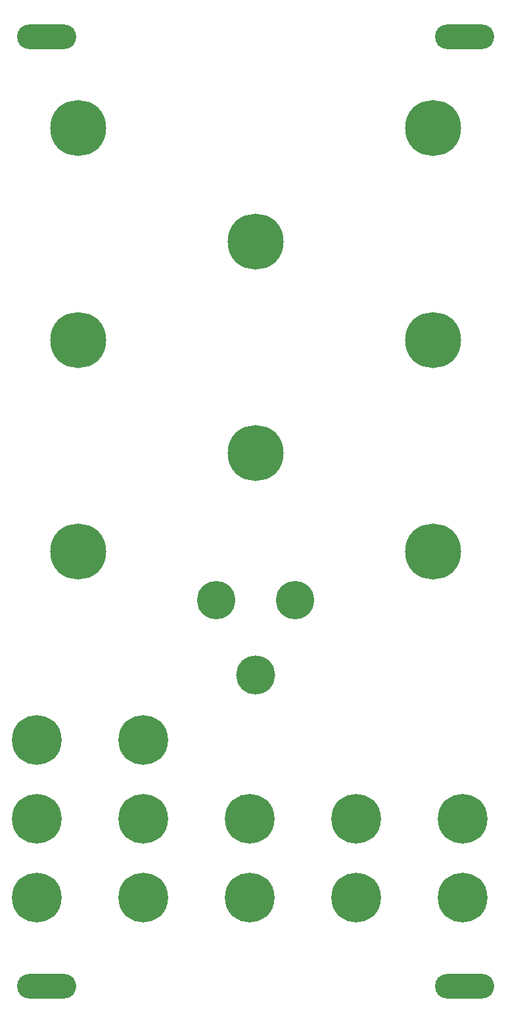
<source format=gbr>
%TF.GenerationSoftware,KiCad,Pcbnew,9.0.0*%
%TF.CreationDate,2025-03-15T07:42:44-04:00*%
%TF.ProjectId,201_Blank_Faceplate,3230315f-426c-4616-9e6b-5f4661636570,rev?*%
%TF.SameCoordinates,Original*%
%TF.FileFunction,Soldermask,Bot*%
%TF.FilePolarity,Negative*%
%FSLAX46Y46*%
G04 Gerber Fmt 4.6, Leading zero omitted, Abs format (unit mm)*
G04 Created by KiCad (PCBNEW 9.0.0) date 2025-03-15 07:42:44*
%MOMM*%
%LPD*%
G01*
G04 APERTURE LIST*
%ADD10C,6.400800*%
%ADD11C,4.953000*%
%ADD12C,7.213600*%
%ADD13O,7.620000X3.200400*%
%ADD14C,5.029200*%
G04 APERTURE END LIST*
D10*
%TO.C,REF\u002A\u002A*%
X97786952Y-139446000D03*
%TD*%
%TO.C,REF\u002A\u002A*%
X84070952Y-139446000D03*
%TD*%
%TO.C,REF\u002A\u002A*%
X97786952Y-129286000D03*
%TD*%
%TO.C,REF\u002A\u002A*%
X84070952Y-129286000D03*
%TD*%
%TO.C,REF\u002A\u002A*%
X70354952Y-129286000D03*
%TD*%
%TO.C,REF\u002A\u002A*%
X70354952Y-139446000D03*
%TD*%
%TO.C,REF\u002A\u002A*%
X56638952Y-139446000D03*
%TD*%
%TO.C,REF\u002A\u002A*%
X42922952Y-139446000D03*
%TD*%
%TO.C,REF\u002A\u002A*%
X42922952Y-129286000D03*
%TD*%
%TO.C,REF\u002A\u002A*%
X56638952Y-129286000D03*
%TD*%
%TO.C,REF\u002A\u002A*%
X42922952Y-119126000D03*
%TD*%
D11*
%TO.C,REF\u002A\u002A*%
X66040000Y-101092000D03*
%TD*%
D12*
%TO.C,REF\u002A\u002A*%
X48260000Y-40259000D03*
%TD*%
D13*
%TO.C,REF\u002A\u002A*%
X98044000Y-28448000D03*
%TD*%
D12*
%TO.C,REF\u002A\u002A*%
X71120000Y-82169000D03*
%TD*%
%TO.C,REF\u002A\u002A*%
X93980000Y-67564000D03*
%TD*%
D13*
%TO.C,REF\u002A\u002A*%
X98044000Y-150876000D03*
%TD*%
D12*
%TO.C,REF\u002A\u002A*%
X93980000Y-94869000D03*
%TD*%
%TO.C,REF\u002A\u002A*%
X71120000Y-54864000D03*
%TD*%
D10*
%TO.C,REF\u002A\u002A*%
X56642000Y-119126000D03*
%TD*%
D13*
%TO.C,REF\u002A\u002A*%
X44196000Y-150876000D03*
%TD*%
%TO.C,REF\u002A\u002A*%
X44196000Y-28448000D03*
%TD*%
D12*
%TO.C,REF\u002A\u002A*%
X48260000Y-94869000D03*
%TD*%
%TO.C,REF\u002A\u002A*%
X48260000Y-67564000D03*
%TD*%
D11*
%TO.C,REF\u002A\u002A*%
X76200000Y-101092000D03*
%TD*%
D14*
%TO.C,REF\u002A\u002A*%
X71120000Y-110744000D03*
%TD*%
D12*
%TO.C,REF\u002A\u002A*%
X93980000Y-40259000D03*
%TD*%
M02*

</source>
